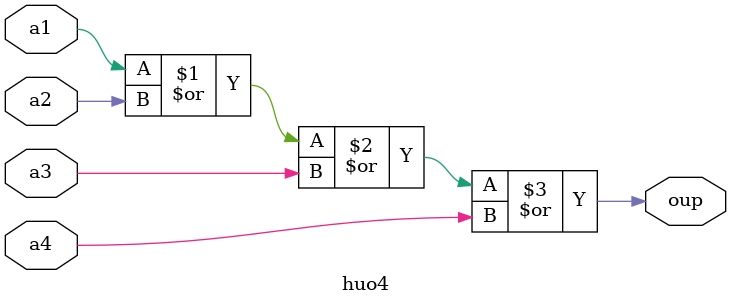
<source format=v>
`timescale 1ns / 1ps


module huo4(
    input a1,
    input a2,
    input a3,
    input a4,
    output oup
    );
    assign oup=a1|a2|a3|a4;
endmodule

</source>
